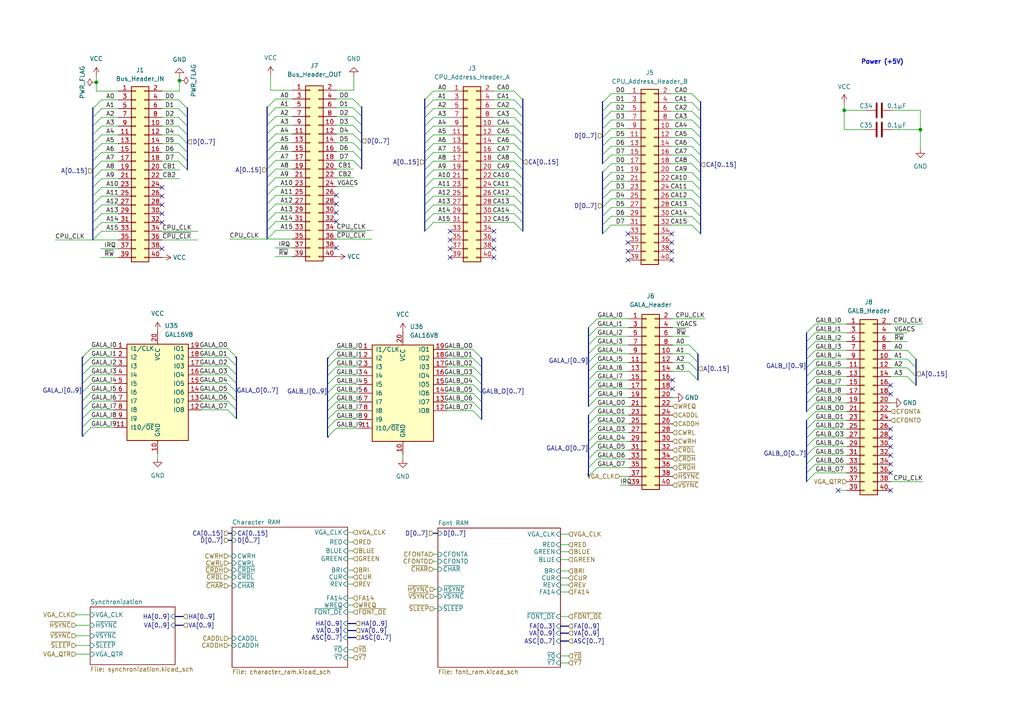
<source format=kicad_sch>
(kicad_sch (version 20211123) (generator eeschema)
  (paper "A4")
  (title_block (title "VGA") (date "2022-10-06") (rev "1.0") (company "Korey Bliss") (comment 1 "https://github.com/kblissExternal/6502"))
  (junction (at 266.954 37.592))
  (junction (at 27.94 23.876))
  (junction (at 52.07 23.368))
  (junction (at 244.856 32.004))
  (no_connect (at 143.256 69.596))
  (no_connect (at 130.556 72.136))
  (no_connect (at 97.536 56.642))
  (no_connect (at 97.536 61.722))
  (no_connect (at 258.318 142.24))
  (no_connect (at 194.818 75.438))
  (no_connect (at 46.99 72.136))
  (no_connect (at 46.99 64.516))
  (no_connect (at 46.99 54.356))
  (no_connect (at 46.99 56.896))
  (no_connect (at 46.99 59.436))
  (no_connect (at 46.99 61.976))
  (no_connect (at 258.318 124.46))
  (no_connect (at 195.072 110.236))
  (no_connect (at 195.072 112.776))
  (no_connect (at 258.318 129.54))
  (no_connect (at 130.556 69.596))
  (no_connect (at 258.318 134.62))
  (no_connect (at 258.318 111.76))
  (no_connect (at 258.318 132.08))
  (no_connect (at 97.536 64.262))
  (no_connect (at 143.256 74.676))
  (no_connect (at 97.536 59.182))
  (no_connect (at 243.078 142.24))
  (no_connect (at 143.256 67.056))
  (no_connect (at 194.818 72.898))
  (no_connect (at 182.118 70.358))
  (no_connect (at 182.118 75.438))
  (no_connect (at 130.556 67.056))
  (no_connect (at 194.818 67.818))
  (no_connect (at 258.318 137.16))
  (no_connect (at 143.256 72.136))
  (no_connect (at 97.536 71.882))
  (no_connect (at 194.818 70.358))
  (no_connect (at 182.118 67.818))
  (no_connect (at 130.556 74.676))
  (no_connect (at 258.318 114.3))
  (no_connect (at 182.118 72.898))
  (no_connect (at 258.318 127))
  (bus_entry (at 80.01 51.562) (size -2.54 2.54))
  (bus_entry (at 200.66 55.118) (size 2.54 2.54))
  (bus_entry (at 149.098 54.356) (size 2.54 2.54))
  (bus_entry (at 236.474 137.16) (size -2.54 2.54))
  (bus_entry (at 177.292 60.198) (size -2.54 2.54))
  (bus_entry (at 80.01 49.022) (size -2.54 2.54))
  (bus_entry (at 97.536 111.506) (size -2.54 2.54))
  (bus_entry (at 29.464 64.516) (size -2.54 2.54))
  (bus_entry (at 51.816 36.576) (size 2.54 2.54))
  (bus_entry (at 137.16 103.886) (size 2.54 2.54))
  (bus_entry (at 80.01 64.262) (size -2.54 2.54))
  (bus_entry (at 149.098 34.036) (size 2.54 2.54))
  (bus_entry (at 102.362 43.942) (size 2.54 2.54))
  (bus_entry (at 173.228 110.236) (size -2.54 2.54))
  (bus_entry (at 177.292 47.498) (size -2.54 2.54))
  (bus_entry (at 29.464 51.816) (size -2.54 2.54))
  (bus_entry (at 102.362 36.322) (size 2.54 2.54))
  (bus_entry (at 80.01 33.782) (size -2.54 2.54))
  (bus_entry (at 80.01 43.942) (size -2.54 2.54))
  (bus_entry (at 125.73 56.896) (size -2.54 2.54))
  (bus_entry (at 29.464 46.736) (size -2.54 2.54))
  (bus_entry (at 29.464 67.056) (size -2.54 2.54))
  (bus_entry (at 236.474 106.68) (size -2.54 2.54))
  (bus_entry (at 149.098 36.576) (size 2.54 2.54))
  (bus_entry (at 149.098 26.416) (size 2.54 2.54))
  (bus_entry (at 236.474 101.6) (size -2.54 2.54))
  (bus_entry (at 97.536 103.886) (size -2.54 2.54))
  (bus_entry (at 173.228 94.996) (size -2.54 2.54))
  (bus_entry (at 263.144 101.6) (size 2.54 2.54))
  (bus_entry (at 173.228 97.536) (size -2.54 2.54))
  (bus_entry (at 173.228 125.476) (size -2.54 2.54))
  (bus_entry (at 102.362 46.482) (size 2.54 2.54))
  (bus_entry (at 200.66 39.878) (size 2.54 2.54))
  (bus_entry (at 66.04 108.712) (size 2.54 2.54))
  (bus_entry (at 66.04 106.172) (size 2.54 2.54))
  (bus_entry (at 177.292 32.258) (size -2.54 2.54))
  (bus_entry (at 200.66 44.958) (size 2.54 2.54))
  (bus_entry (at 200.66 47.498) (size 2.54 2.54))
  (bus_entry (at 29.464 36.576) (size -2.54 2.54))
  (bus_entry (at 236.474 134.62) (size -2.54 2.54))
  (bus_entry (at 173.228 117.856) (size -2.54 2.54))
  (bus_entry (at 29.464 49.276) (size -2.54 2.54))
  (bus_entry (at 236.474 116.84) (size -2.54 2.54))
  (bus_entry (at 97.536 114.046) (size -2.54 2.54))
  (bus_entry (at 200.66 32.258) (size 2.54 2.54))
  (bus_entry (at 80.01 41.402) (size -2.54 2.54))
  (bus_entry (at 149.098 44.196) (size 2.54 2.54))
  (bus_entry (at 173.228 128.016) (size -2.54 2.54))
  (bus_entry (at 236.474 93.98) (size -2.54 2.54))
  (bus_entry (at 125.73 59.436) (size -2.54 2.54))
  (bus_entry (at 29.464 39.116) (size -2.54 2.54))
  (bus_entry (at 149.098 46.736) (size 2.54 2.54))
  (bus_entry (at 177.292 37.338) (size -2.54 2.54))
  (bus_entry (at 51.816 44.196) (size 2.54 2.54))
  (bus_entry (at 125.73 34.036) (size -2.54 2.54))
  (bus_entry (at 97.536 106.426) (size -2.54 2.54))
  (bus_entry (at 80.01 38.862) (size -2.54 2.54))
  (bus_entry (at 137.16 106.426) (size 2.54 2.54))
  (bus_entry (at 51.816 34.036) (size 2.54 2.54))
  (bus_entry (at 80.01 66.802) (size -2.54 2.54))
  (bus_entry (at 263.144 109.22) (size 2.54 2.54))
  (bus_entry (at 173.228 92.456) (size -2.54 2.54))
  (bus_entry (at 102.362 41.402) (size 2.54 2.54))
  (bus_entry (at 51.816 28.956) (size 2.54 2.54))
  (bus_entry (at 137.16 119.126) (size 2.54 2.54))
  (bus_entry (at 200.66 62.738) (size 2.54 2.54))
  (bus_entry (at 177.292 50.038) (size -2.54 2.54))
  (bus_entry (at 149.098 51.816) (size 2.54 2.54))
  (bus_entry (at 149.098 28.956) (size 2.54 2.54))
  (bus_entry (at 29.464 34.036) (size -2.54 2.54))
  (bus_entry (at 236.474 127) (size -2.54 2.54))
  (bus_entry (at 173.228 102.616) (size -2.54 2.54))
  (bus_entry (at 177.292 65.278) (size -2.54 2.54))
  (bus_entry (at 80.01 56.642) (size -2.54 2.54))
  (bus_entry (at 137.16 108.966) (size 2.54 2.54))
  (bus_entry (at 236.474 96.52) (size -2.54 2.54))
  (bus_entry (at 26.416 118.872) (size -2.54 2.54))
  (bus_entry (at 26.416 116.332) (size -2.54 2.54))
  (bus_entry (at 26.416 113.792) (size -2.54 2.54))
  (bus_entry (at 26.416 121.412) (size -2.54 2.54))
  (bus_entry (at 26.416 123.952) (size -2.54 2.54))
  (bus_entry (at 26.416 101.092) (size -2.54 2.54))
  (bus_entry (at 26.416 111.252) (size -2.54 2.54))
  (bus_entry (at 26.416 108.712) (size -2.54 2.54))
  (bus_entry (at 26.416 103.632) (size -2.54 2.54))
  (bus_entry (at 26.416 106.172) (size -2.54 2.54))
  (bus_entry (at 97.536 116.586) (size -2.54 2.54))
  (bus_entry (at 177.292 34.798) (size -2.54 2.54))
  (bus_entry (at 66.04 113.792) (size 2.54 2.54))
  (bus_entry (at 51.816 41.656) (size 2.54 2.54))
  (bus_entry (at 51.816 46.736) (size 2.54 2.54))
  (bus_entry (at 200.66 37.338) (size 2.54 2.54))
  (bus_entry (at 102.362 28.702) (size 2.54 2.54))
  (bus_entry (at 66.04 111.252) (size 2.54 2.54))
  (bus_entry (at 173.228 130.556) (size -2.54 2.54))
  (bus_entry (at 125.73 61.976) (size -2.54 2.54))
  (bus_entry (at 173.228 122.936) (size -2.54 2.54))
  (bus_entry (at 97.536 101.346) (size -2.54 2.54))
  (bus_entry (at 102.362 31.242) (size 2.54 2.54))
  (bus_entry (at 149.098 31.496) (size 2.54 2.54))
  (bus_entry (at 149.098 49.276) (size 2.54 2.54))
  (bus_entry (at 29.464 54.356) (size -2.54 2.54))
  (bus_entry (at 200.66 34.798) (size 2.54 2.54))
  (bus_entry (at 177.292 29.718) (size -2.54 2.54))
  (bus_entry (at 97.536 124.206) (size -2.54 2.54))
  (bus_entry (at 29.464 28.956) (size -2.54 2.54))
  (bus_entry (at 173.228 112.776) (size -2.54 2.54))
  (bus_entry (at 102.362 38.862) (size 2.54 2.54))
  (bus_entry (at 177.292 42.418) (size -2.54 2.54))
  (bus_entry (at 173.228 120.396) (size -2.54 2.54))
  (bus_entry (at 125.73 51.816) (size -2.54 2.54))
  (bus_entry (at 149.098 56.896) (size 2.54 2.54))
  (bus_entry (at 102.362 33.782) (size 2.54 2.54))
  (bus_entry (at 51.816 31.496) (size 2.54 2.54))
  (bus_entry (at 173.228 100.076) (size -2.54 2.54))
  (bus_entry (at 177.292 44.958) (size -2.54 2.54))
  (bus_entry (at 29.464 61.976) (size -2.54 2.54))
  (bus_entry (at 97.536 108.966) (size -2.54 2.54))
  (bus_entry (at 125.73 44.196) (size -2.54 2.54))
  (bus_entry (at 177.292 57.658) (size -2.54 2.54))
  (bus_entry (at 200.66 50.038) (size 2.54 2.54))
  (bus_entry (at 173.228 107.696) (size -2.54 2.54))
  (bus_entry (at 200.66 52.578) (size 2.54 2.54))
  (bus_entry (at 137.16 101.346) (size 2.54 2.54))
  (bus_entry (at 236.474 104.14) (size -2.54 2.54))
  (bus_entry (at 177.292 39.878) (size -2.54 2.54))
  (bus_entry (at 200.66 60.198) (size 2.54 2.54))
  (bus_entry (at 80.01 61.722) (size -2.54 2.54))
  (bus_entry (at 29.464 59.436) (size -2.54 2.54))
  (bus_entry (at 29.464 44.196) (size -2.54 2.54))
  (bus_entry (at 173.228 105.156) (size -2.54 2.54))
  (bus_entry (at 97.536 121.666) (size -2.54 2.54))
  (bus_entry (at 149.098 61.976) (size 2.54 2.54))
  (bus_entry (at 263.144 104.14) (size 2.54 2.54))
  (bus_entry (at 200.66 29.718) (size 2.54 2.54))
  (bus_entry (at 80.01 46.482) (size -2.54 2.54))
  (bus_entry (at 177.292 62.738) (size -2.54 2.54))
  (bus_entry (at 125.73 28.956) (size -2.54 2.54))
  (bus_entry (at 149.098 59.436) (size 2.54 2.54))
  (bus_entry (at 200.66 27.178) (size 2.54 2.54))
  (bus_entry (at 125.73 41.656) (size -2.54 2.54))
  (bus_entry (at 199.898 105.156) (size 2.54 2.54))
  (bus_entry (at 199.898 107.696) (size 2.54 2.54))
  (bus_entry (at 199.898 100.076) (size 2.54 2.54))
  (bus_entry (at 199.898 102.616) (size 2.54 2.54))
  (bus_entry (at 125.73 46.736) (size -2.54 2.54))
  (bus_entry (at 236.474 129.54) (size -2.54 2.54))
  (bus_entry (at 236.474 121.92) (size -2.54 2.54))
  (bus_entry (at 149.098 39.116) (size 2.54 2.54))
  (bus_entry (at 263.144 106.68) (size 2.54 2.54))
  (bus_entry (at 177.292 55.118) (size -2.54 2.54))
  (bus_entry (at 236.474 132.08) (size -2.54 2.54))
  (bus_entry (at 125.73 64.516) (size -2.54 2.54))
  (bus_entry (at 80.01 59.182) (size -2.54 2.54))
  (bus_entry (at 173.228 135.636) (size -2.54 2.54))
  (bus_entry (at 125.73 31.496) (size -2.54 2.54))
  (bus_entry (at 66.04 103.632) (size 2.54 2.54))
  (bus_entry (at 80.01 28.702) (size -2.54 2.54))
  (bus_entry (at 51.816 39.116) (size 2.54 2.54))
  (bus_entry (at 149.098 64.516) (size 2.54 2.54))
  (bus_entry (at 66.04 101.092) (size 2.54 2.54))
  (bus_entry (at 236.474 111.76) (size -2.54 2.54))
  (bus_entry (at 236.474 119.38) (size -2.54 2.54))
  (bus_entry (at 125.73 49.276) (size -2.54 2.54))
  (bus_entry (at 66.04 118.872) (size 2.54 2.54))
  (bus_entry (at 125.73 26.416) (size -2.54 2.54))
  (bus_entry (at 200.66 57.658) (size 2.54 2.54))
  (bus_entry (at 236.474 124.46) (size -2.54 2.54))
  (bus_entry (at 137.16 116.586) (size 2.54 2.54))
  (bus_entry (at 149.098 41.656) (size 2.54 2.54))
  (bus_entry (at 97.536 119.126) (size -2.54 2.54))
  (bus_entry (at 29.464 41.656) (size -2.54 2.54))
  (bus_entry (at 80.01 36.322) (size -2.54 2.54))
  (bus_entry (at 173.228 115.316) (size -2.54 2.54))
  (bus_entry (at 137.16 114.046) (size 2.54 2.54))
  (bus_entry (at 177.292 27.178) (size -2.54 2.54))
  (bus_entry (at 173.228 133.096) (size -2.54 2.54))
  (bus_entry (at 66.04 116.332) (size 2.54 2.54))
  (bus_entry (at 200.66 65.278) (size 2.54 2.54))
  (bus_entry (at 80.01 54.102) (size -2.54 2.54))
  (bus_entry (at 200.66 42.418) (size 2.54 2.54))
  (bus_entry (at 29.464 31.496) (size -2.54 2.54))
  (bus_entry (at 125.73 36.576) (size -2.54 2.54))
  (bus_entry (at 137.16 111.506) (size 2.54 2.54))
  (bus_entry (at 236.474 114.3) (size -2.54 2.54))
  (bus_entry (at 177.292 52.578) (size -2.54 2.54))
  (bus_entry (at 236.474 99.06) (size -2.54 2.54))
  (bus_entry (at 236.474 109.22) (size -2.54 2.54))
  (bus_entry (at 80.01 31.242) (size -2.54 2.54))
  (bus_entry (at 29.464 56.896) (size -2.54 2.54))
  (bus_entry (at 125.73 54.356) (size -2.54 2.54))
  (bus_entry (at 125.73 39.116) (size -2.54 2.54))
  (wire (pts (xy 177.292 55.118) (xy 182.118 55.118)))
  (wire (pts (xy 80.01 66.802) (xy 84.836 66.802)))
  (wire (pts (xy 97.536 66.802) (xy 107.95 66.802)))
  (wire (pts (xy 162.56 169.672) (xy 164.846 169.672)))
  (bus (pts (xy 233.934 116.84) (xy 233.934 119.38)))
  (wire (pts (xy 194.818 62.738) (xy 200.66 62.738)))
  (bus (pts (xy 265.684 109.22) (xy 265.684 111.76)))
  (wire (pts (xy 258.826 116.84) (xy 258.318 116.84)))
  (wire (pts (xy 258.318 139.7) (xy 267.716 139.7)))
  (bus (pts (xy 151.638 46.736) (xy 151.638 49.276)))
  (wire (pts (xy 100.838 169.418) (xy 102.362 169.418)))
  (bus (pts (xy 233.934 96.52) (xy 233.934 99.06)))
  (bus (pts (xy 203.2 29.464) (xy 203.2 29.718)))
  (wire (pts (xy 173.228 110.236) (xy 182.372 110.236)))
  (bus (pts (xy 174.752 65.278) (xy 174.752 67.818)))
  (bus (pts (xy 174.752 52.578) (xy 174.752 55.118)))
  (wire (pts (xy 22.098 181.356) (xy 26.162 181.356)))
  (wire (pts (xy 125.984 176.53) (xy 127 176.53)))
  (bus (pts (xy 77.47 54.102) (xy 77.47 56.642)))
  (wire (pts (xy 29.464 56.896) (xy 34.29 56.896)))
  (wire (pts (xy 27.94 26.416) (xy 27.94 23.876)))
  (bus (pts (xy 162.56 185.928) (xy 164.846 185.928)))
  (bus (pts (xy 77.47 61.722) (xy 77.47 64.262)))
  (bus (pts (xy 77.47 33.782) (xy 77.47 36.322)))
  (bus (pts (xy 26.924 41.656) (xy 26.924 44.196)))
  (bus (pts (xy 100.838 184.912) (xy 103.124 184.912)))
  (bus (pts (xy 54.356 41.656) (xy 54.356 44.196)))
  (wire (pts (xy 236.474 129.54) (xy 245.618 129.54)))
  (wire (pts (xy 97.536 114.046) (xy 104.14 114.046)))
  (bus (pts (xy 26.924 34.036) (xy 26.924 36.576)))
  (wire (pts (xy 125.73 59.436) (xy 130.556 59.436)))
  (bus (pts (xy 94.996 119.126) (xy 94.996 121.666)))
  (bus (pts (xy 104.902 33.782) (xy 104.902 36.322)))
  (wire (pts (xy 177.292 39.878) (xy 182.118 39.878)))
  (bus (pts (xy 151.638 44.196) (xy 151.638 46.736)))
  (bus (pts (xy 203.2 50.038) (xy 203.2 52.578)))
  (bus (pts (xy 170.688 107.696) (xy 170.688 110.236)))
  (bus (pts (xy 125.73 154.686) (xy 127 154.686)))
  (bus (pts (xy 174.752 32.258) (xy 174.752 34.798)))
  (wire (pts (xy 143.256 56.896) (xy 149.098 56.896)))
  (wire (pts (xy 97.536 108.966) (xy 104.14 108.966)))
  (bus (pts (xy 265.684 104.14) (xy 265.684 106.68)))
  (bus (pts (xy 50.8 178.816) (xy 53.086 178.816)))
  (wire (pts (xy 58.42 103.632) (xy 66.04 103.632)))
  (bus (pts (xy 77.47 43.942) (xy 77.47 46.482)))
  (bus (pts (xy 203.2 34.798) (xy 203.2 37.338)))
  (wire (pts (xy 77.47 69.342) (xy 84.836 69.342)))
  (wire (pts (xy 143.256 64.516) (xy 149.098 64.516)))
  (wire (pts (xy 58.42 113.792) (xy 66.04 113.792)))
  (wire (pts (xy 100.838 165.354) (xy 102.362 165.354)))
  (wire (pts (xy 125.73 51.816) (xy 130.556 51.816)))
  (wire (pts (xy 80.01 59.182) (xy 84.836 59.182)))
  (wire (pts (xy 258.826 37.592) (xy 266.954 37.592)))
  (wire (pts (xy 125.73 31.496) (xy 130.556 31.496)))
  (bus (pts (xy 123.19 54.356) (xy 123.19 56.896)))
  (bus (pts (xy 151.638 56.896) (xy 151.638 59.436)))
  (bus (pts (xy 123.19 34.036) (xy 123.19 36.576)))
  (wire (pts (xy 52.07 51.816) (xy 46.99 51.816)))
  (bus (pts (xy 203.2 42.418) (xy 203.2 44.958)))
  (wire (pts (xy 143.256 28.956) (xy 149.098 28.956)))
  (wire (pts (xy 173.228 130.556) (xy 182.372 130.556)))
  (wire (pts (xy 102.362 28.702) (xy 97.536 28.702)))
  (wire (pts (xy 26.416 101.092) (xy 33.02 101.092)))
  (wire (pts (xy 51.816 44.196) (xy 46.99 44.196)))
  (bus (pts (xy 170.688 102.616) (xy 170.688 105.156)))
  (bus (pts (xy 26.924 31.242) (xy 26.924 31.496)))
  (bus (pts (xy 123.19 39.116) (xy 123.19 41.656)))
  (wire (pts (xy 80.01 43.942) (xy 84.836 43.942)))
  (bus (pts (xy 203.2 57.658) (xy 203.2 60.198)))
  (bus (pts (xy 170.688 97.536) (xy 170.688 100.076)))
  (bus (pts (xy 170.688 135.636) (xy 170.688 138.176)))
  (wire (pts (xy 236.474 109.22) (xy 245.618 109.22)))
  (wire (pts (xy 244.856 29.972) (xy 244.856 32.004)))
  (wire (pts (xy 29.464 67.056) (xy 34.29 67.056)))
  (wire (pts (xy 97.536 116.586) (xy 104.14 116.586)))
  (wire (pts (xy 236.474 101.6) (xy 245.618 101.6)))
  (wire (pts (xy 173.228 135.636) (xy 182.372 135.636)))
  (bus (pts (xy 68.326 103.632) (xy 68.58 103.632)))
  (wire (pts (xy 16.002 69.596) (xy 26.924 69.596)))
  (wire (pts (xy 97.536 124.206) (xy 104.14 124.206)))
  (bus (pts (xy 23.876 116.332) (xy 23.876 118.872)))
  (wire (pts (xy 79.756 74.422) (xy 84.836 74.422)))
  (bus (pts (xy 174.752 57.658) (xy 174.752 60.198)))
  (bus (pts (xy 170.688 94.996) (xy 170.688 97.536)))
  (wire (pts (xy 52.07 23.368) (xy 52.07 22.352)))
  (bus (pts (xy 23.876 123.952) (xy 23.876 126.492)))
  (wire (pts (xy 51.816 46.736) (xy 46.99 46.736)))
  (wire (pts (xy 46.99 69.596) (xy 57.404 69.596)))
  (wire (pts (xy 97.536 119.126) (xy 104.14 119.126)))
  (wire (pts (xy 58.42 108.712) (xy 66.04 108.712)))
  (wire (pts (xy 51.816 36.576) (xy 46.99 36.576)))
  (bus (pts (xy 233.934 134.62) (xy 233.934 137.16)))
  (wire (pts (xy 80.01 46.482) (xy 84.836 46.482)))
  (bus (pts (xy 77.47 59.182) (xy 77.47 61.722)))
  (wire (pts (xy 116.84 131.826) (xy 116.84 133.096)))
  (bus (pts (xy 203.2 44.958) (xy 203.2 47.498)))
  (wire (pts (xy 177.292 57.658) (xy 182.118 57.658)))
  (wire (pts (xy 143.256 26.416) (xy 149.098 26.416)))
  (wire (pts (xy 78.486 21.844) (xy 78.486 26.162)))
  (wire (pts (xy 194.818 29.718) (xy 200.66 29.718)))
  (wire (pts (xy 102.362 46.482) (xy 97.536 46.482)))
  (wire (pts (xy 173.228 94.996) (xy 182.372 94.996)))
  (wire (pts (xy 22.098 189.738) (xy 26.162 189.738)))
  (wire (pts (xy 199.898 105.156) (xy 195.072 105.156)))
  (wire (pts (xy 263.144 101.6) (xy 258.318 101.6)))
  (bus (pts (xy 233.934 129.54) (xy 233.934 132.08)))
  (bus (pts (xy 151.638 31.496) (xy 151.638 34.036)))
  (wire (pts (xy 129.54 114.046) (xy 137.16 114.046)))
  (bus (pts (xy 174.752 55.118) (xy 174.752 57.658)))
  (bus (pts (xy 104.902 30.988) (xy 104.902 31.242)))
  (bus (pts (xy 151.638 41.656) (xy 151.638 44.196)))
  (bus (pts (xy 139.7 114.046) (xy 139.7 116.586)))
  (wire (pts (xy 51.816 41.656) (xy 46.99 41.656)))
  (wire (pts (xy 29.464 49.276) (xy 34.29 49.276)))
  (wire (pts (xy 97.536 101.346) (xy 104.14 101.346)))
  (wire (pts (xy 129.54 111.506) (xy 137.16 111.506)))
  (wire (pts (xy 173.228 128.016) (xy 182.372 128.016)))
  (wire (pts (xy 236.474 99.06) (xy 245.618 99.06)))
  (bus (pts (xy 104.902 36.322) (xy 104.902 38.862)))
  (bus (pts (xy 77.47 41.402) (xy 77.47 43.942)))
  (wire (pts (xy 236.474 121.92) (xy 245.618 121.92)))
  (wire (pts (xy 236.474 119.38) (xy 245.618 119.38)))
  (wire (pts (xy 244.856 37.592) (xy 251.206 37.592)))
  (wire (pts (xy 97.536 103.886) (xy 104.14 103.886)))
  (bus (pts (xy 174.752 37.338) (xy 174.752 39.878)))
  (wire (pts (xy 66.294 165.354) (xy 67.31 165.354)))
  (bus (pts (xy 26.924 64.516) (xy 26.924 67.056)))
  (bus (pts (xy 26.924 36.576) (xy 26.924 39.116)))
  (wire (pts (xy 177.292 62.738) (xy 182.118 62.738)))
  (bus (pts (xy 94.996 114.046) (xy 94.996 116.586)))
  (wire (pts (xy 236.474 124.46) (xy 245.618 124.46)))
  (wire (pts (xy 194.818 32.258) (xy 200.66 32.258)))
  (bus (pts (xy 26.924 44.196) (xy 26.924 46.736)))
  (bus (pts (xy 203.2 60.198) (xy 203.2 62.738)))
  (bus (pts (xy 26.924 51.816) (xy 26.924 54.356)))
  (wire (pts (xy 29.464 31.496) (xy 34.29 31.496)))
  (wire (pts (xy 100.838 159.766) (xy 102.362 159.766)))
  (wire (pts (xy 162.56 190.246) (xy 164.846 190.246)))
  (wire (pts (xy 100.838 154.432) (xy 102.362 154.432)))
  (bus (pts (xy 123.19 46.736) (xy 123.19 49.276)))
  (bus (pts (xy 170.688 110.236) (xy 170.688 112.776)))
  (bus (pts (xy 203.2 52.578) (xy 203.2 55.118)))
  (wire (pts (xy 236.474 127) (xy 245.618 127)))
  (wire (pts (xy 236.474 134.62) (xy 245.618 134.62)))
  (bus (pts (xy 174.752 42.418) (xy 174.752 44.958)))
  (bus (pts (xy 94.996 103.886) (xy 94.996 106.426)))
  (wire (pts (xy 162.56 178.816) (xy 164.846 178.816)))
  (wire (pts (xy 129.54 119.126) (xy 137.16 119.126)))
  (wire (pts (xy 194.818 37.338) (xy 200.66 37.338)))
  (bus (pts (xy 162.56 183.642) (xy 164.846 183.642)))
  (bus (pts (xy 139.7 116.586) (xy 139.7 119.126)))
  (wire (pts (xy 29.464 39.116) (xy 34.29 39.116)))
  (wire (pts (xy 26.416 106.172) (xy 33.02 106.172)))
  (wire (pts (xy 143.256 46.736) (xy 149.098 46.736)))
  (bus (pts (xy 203.2 62.738) (xy 203.2 65.278)))
  (bus (pts (xy 94.996 111.506) (xy 94.996 114.046)))
  (wire (pts (xy 173.228 115.316) (xy 182.372 115.316)))
  (bus (pts (xy 26.924 31.496) (xy 26.924 34.036)))
  (bus (pts (xy 170.688 125.476) (xy 170.688 128.016)))
  (bus (pts (xy 54.356 39.116) (xy 54.356 41.656)))
  (wire (pts (xy 143.256 49.276) (xy 149.098 49.276)))
  (wire (pts (xy 102.616 49.022) (xy 97.536 49.022)))
  (wire (pts (xy 143.256 44.196) (xy 149.098 44.196)))
  (bus (pts (xy 68.58 103.632) (xy 68.58 106.172)))
  (wire (pts (xy 173.228 125.476) (xy 182.372 125.476)))
  (bus (pts (xy 24.13 103.632) (xy 23.876 103.632)))
  (bus (pts (xy 26.924 59.436) (xy 26.924 61.976)))
  (bus (pts (xy 104.902 46.482) (xy 104.902 49.022)))
  (wire (pts (xy 236.474 137.16) (xy 245.618 137.16)))
  (wire (pts (xy 58.42 118.872) (xy 66.04 118.872)))
  (wire (pts (xy 143.256 34.036) (xy 149.098 34.036)))
  (bus (pts (xy 123.19 28.956) (xy 123.19 31.496)))
  (wire (pts (xy 51.816 39.116) (xy 46.99 39.116)))
  (wire (pts (xy 125.73 61.976) (xy 130.556 61.976)))
  (wire (pts (xy 97.536 121.666) (xy 104.14 121.666)))
  (wire (pts (xy 162.56 160.02) (xy 164.846 160.02)))
  (wire (pts (xy 162.56 157.988) (xy 164.846 157.988)))
  (wire (pts (xy 58.42 111.252) (xy 66.04 111.252)))
  (bus (pts (xy 203.2 39.878) (xy 203.2 42.418)))
  (wire (pts (xy 125.73 41.656) (xy 130.556 41.656)))
  (wire (pts (xy 162.56 192.278) (xy 164.846 192.278)))
  (bus (pts (xy 77.47 64.262) (xy 77.47 66.802)))
  (bus (pts (xy 203.2 32.258) (xy 203.2 34.798)))
  (bus (pts (xy 202.438 102.616) (xy 202.438 105.156)))
  (wire (pts (xy 80.01 61.722) (xy 84.836 61.722)))
  (bus (pts (xy 233.934 111.76) (xy 233.934 114.3)))
  (bus (pts (xy 77.47 31.242) (xy 77.47 33.782)))
  (wire (pts (xy 194.818 47.498) (xy 200.66 47.498)))
  (bus (pts (xy 68.58 106.172) (xy 68.58 108.712)))
  (wire (pts (xy 177.292 34.798) (xy 182.118 34.798)))
  (wire (pts (xy 102.362 33.782) (xy 97.536 33.782)))
  (bus (pts (xy 162.56 181.61) (xy 164.846 181.61)))
  (wire (pts (xy 173.228 122.936) (xy 182.372 122.936)))
  (wire (pts (xy 194.818 55.118) (xy 200.66 55.118)))
  (bus (pts (xy 151.638 64.516) (xy 151.638 67.056)))
  (wire (pts (xy 80.01 64.262) (xy 84.836 64.262)))
  (wire (pts (xy 26.416 103.632) (xy 33.02 103.632)))
  (wire (pts (xy 66.294 161.29) (xy 67.31 161.29)))
  (bus (pts (xy 151.638 28.956) (xy 151.638 31.496)))
  (wire (pts (xy 80.01 41.402) (xy 84.836 41.402)))
  (bus (pts (xy 26.924 49.276) (xy 26.924 51.816)))
  (bus (pts (xy 123.19 59.436) (xy 123.19 61.976)))
  (wire (pts (xy 100.838 173.482) (xy 102.362 173.482)))
  (bus (pts (xy 104.902 41.402) (xy 104.902 43.942)))
  (wire (pts (xy 263.144 96.52) (xy 258.318 96.52)))
  (bus (pts (xy 151.638 49.276) (xy 151.638 51.816)))
  (bus (pts (xy 170.688 128.016) (xy 170.688 130.556)))
  (bus (pts (xy 23.876 111.252) (xy 23.876 113.792)))
  (wire (pts (xy 162.56 167.64) (xy 164.846 167.64)))
  (wire (pts (xy 100.838 188.468) (xy 102.362 188.468)))
  (bus (pts (xy 68.58 108.712) (xy 68.58 111.252)))
  (wire (pts (xy 263.144 104.14) (xy 258.318 104.14)))
  (wire (pts (xy 66.294 163.322) (xy 67.31 163.322)))
  (bus (pts (xy 94.996 121.666) (xy 94.996 124.206)))
  (bus (pts (xy 170.688 122.936) (xy 170.688 125.476)))
  (wire (pts (xy 129.54 108.966) (xy 137.16 108.966)))
  (bus (pts (xy 203.2 29.718) (xy 203.2 32.258)))
  (bus (pts (xy 54.356 46.736) (xy 54.356 49.276)))
  (wire (pts (xy 29.464 61.976) (xy 34.29 61.976)))
  (wire (pts (xy 58.42 101.092) (xy 66.04 101.092)))
  (bus (pts (xy 23.876 106.172) (xy 23.876 108.712)))
  (wire (pts (xy 100.838 190.754) (xy 102.362 190.754)))
  (wire (pts (xy 26.416 108.712) (xy 33.02 108.712)))
  (bus (pts (xy 77.47 56.642) (xy 77.47 59.182)))
  (bus (pts (xy 174.752 50.038) (xy 174.752 52.578)))
  (wire (pts (xy 97.536 26.162) (xy 102.616 26.162)))
  (wire (pts (xy 29.464 59.436) (xy 34.29 59.436)))
  (bus (pts (xy 123.19 56.896) (xy 123.19 59.436)))
  (bus (pts (xy 77.47 30.988) (xy 77.47 31.242)))
  (wire (pts (xy 199.898 100.076) (xy 195.072 100.076)))
  (wire (pts (xy 125.73 56.896) (xy 130.556 56.896)))
  (wire (pts (xy 100.838 167.386) (xy 102.362 167.386)))
  (bus (pts (xy 123.19 28.702) (xy 123.19 28.956)))
  (bus (pts (xy 26.924 46.736) (xy 26.924 49.276)))
  (wire (pts (xy 173.228 102.616) (xy 182.372 102.616)))
  (wire (pts (xy 143.256 36.576) (xy 149.098 36.576)))
  (bus (pts (xy 54.356 44.196) (xy 54.356 46.736)))
  (bus (pts (xy 95.25 103.886) (xy 94.996 103.886)))
  (wire (pts (xy 143.256 54.356) (xy 149.098 54.356)))
  (bus (pts (xy 233.934 137.16) (xy 233.934 139.7)))
  (wire (pts (xy 125.73 160.782) (xy 127 160.782)))
  (bus (pts (xy 104.902 38.862) (xy 104.902 41.402)))
  (bus (pts (xy 94.996 106.426) (xy 94.996 108.966)))
  (wire (pts (xy 194.818 42.418) (xy 200.66 42.418)))
  (wire (pts (xy 66.294 167.386) (xy 67.31 167.386)))
  (wire (pts (xy 236.474 93.98) (xy 245.618 93.98)))
  (wire (pts (xy 199.898 107.696) (xy 195.072 107.696)))
  (bus (pts (xy 66.294 154.686) (xy 67.31 154.686)))
  (wire (pts (xy 80.01 51.562) (xy 84.836 51.562)))
  (bus (pts (xy 123.19 61.976) (xy 123.19 64.516)))
  (wire (pts (xy 52.07 49.276) (xy 46.99 49.276)))
  (wire (pts (xy 162.56 154.94) (xy 164.846 154.94)))
  (wire (pts (xy 177.292 37.338) (xy 182.118 37.338)))
  (wire (pts (xy 236.474 96.52) (xy 245.618 96.52)))
  (wire (pts (xy 102.362 36.322) (xy 97.536 36.322)))
  (wire (pts (xy 244.856 32.004) (xy 251.206 32.004)))
  (wire (pts (xy 143.256 51.816) (xy 149.098 51.816)))
  (wire (pts (xy 177.292 65.278) (xy 182.118 65.278)))
  (wire (pts (xy 29.464 54.356) (xy 34.29 54.356)))
  (wire (pts (xy 236.474 114.3) (xy 245.618 114.3)))
  (wire (pts (xy 173.228 117.856) (xy 182.372 117.856)))
  (bus (pts (xy 104.902 43.942) (xy 104.902 46.482)))
  (wire (pts (xy 194.818 52.578) (xy 200.66 52.578)))
  (wire (pts (xy 102.616 51.562) (xy 97.536 51.562)))
  (bus (pts (xy 174.752 44.958) (xy 174.752 47.498)))
  (wire (pts (xy 194.818 50.038) (xy 200.66 50.038)))
  (wire (pts (xy 29.464 64.516) (xy 34.29 64.516)))
  (wire (pts (xy 173.228 107.696) (xy 182.372 107.696)))
  (wire (pts (xy 29.464 36.576) (xy 34.29 36.576)))
  (bus (pts (xy 174.752 49.784) (xy 174.752 50.038)))
  (wire (pts (xy 58.42 116.332) (xy 66.04 116.332)))
  (bus (pts (xy 66.294 156.718) (xy 67.31 156.718)))
  (wire (pts (xy 100.838 177.546) (xy 102.362 177.546)))
  (wire (pts (xy 177.292 27.178) (xy 182.118 27.178)))
  (wire (pts (xy 125.73 64.516) (xy 130.556 64.516)))
  (wire (pts (xy 199.898 94.996) (xy 195.072 94.996)))
  (bus (pts (xy 170.688 120.396) (xy 170.688 122.936)))
  (wire (pts (xy 243.078 142.24) (xy 245.618 142.24)))
  (wire (pts (xy 125.73 28.956) (xy 130.556 28.956)))
  (wire (pts (xy 143.256 61.976) (xy 149.098 61.976)))
  (bus (pts (xy 23.876 126.492) (xy 24.13 126.492)))
  (bus (pts (xy 23.876 108.712) (xy 23.876 111.252)))
  (wire (pts (xy 236.474 106.68) (xy 245.618 106.68)))
  (wire (pts (xy 29.464 51.816) (xy 34.29 51.816)))
  (bus (pts (xy 123.19 49.276) (xy 123.19 51.816)))
  (bus (pts (xy 233.934 114.3) (xy 233.934 116.84)))
  (wire (pts (xy 194.818 44.958) (xy 200.66 44.958)))
  (wire (pts (xy 125.73 39.116) (xy 130.556 39.116)))
  (bus (pts (xy 170.688 112.776) (xy 170.688 115.316)))
  (wire (pts (xy 80.01 36.322) (xy 84.836 36.322)))
  (bus (pts (xy 170.688 105.156) (xy 170.688 107.696)))
  (wire (pts (xy 80.01 33.782) (xy 84.836 33.782)))
  (wire (pts (xy 173.228 100.076) (xy 182.372 100.076)))
  (bus (pts (xy 151.638 39.116) (xy 151.638 41.656)))
  (bus (pts (xy 265.684 106.68) (xy 265.684 109.22)))
  (bus (pts (xy 94.996 116.586) (xy 94.996 119.126)))
  (wire (pts (xy 22.098 184.404) (xy 26.162 184.404)))
  (wire (pts (xy 129.54 103.886) (xy 137.16 103.886)))
  (bus (pts (xy 94.996 108.966) (xy 94.996 111.506)))
  (wire (pts (xy 80.01 38.862) (xy 84.836 38.862)))
  (bus (pts (xy 170.688 130.556) (xy 170.688 133.096)))
  (bus (pts (xy 26.924 61.976) (xy 26.924 64.516)))
  (bus (pts (xy 170.688 115.316) (xy 170.688 117.856)))
  (bus (pts (xy 26.924 39.116) (xy 26.924 41.656)))
  (wire (pts (xy 173.228 97.536) (xy 182.372 97.536)))
  (wire (pts (xy 195.58 115.316) (xy 195.072 115.316)))
  (bus (pts (xy 77.47 36.322) (xy 77.47 38.862)))
  (wire (pts (xy 177.292 60.198) (xy 182.118 60.198)))
  (bus (pts (xy 123.19 31.496) (xy 123.19 34.036)))
  (wire (pts (xy 80.01 56.642) (xy 84.836 56.642)))
  (wire (pts (xy 97.536 111.506) (xy 104.14 111.506)))
  (bus (pts (xy 151.638 28.702) (xy 151.638 28.956)))
  (wire (pts (xy 263.144 109.22) (xy 258.318 109.22)))
  (bus (pts (xy 174.752 60.198) (xy 174.752 62.738)))
  (wire (pts (xy 46.99 26.416) (xy 52.07 26.416)))
  (bus (pts (xy 233.934 109.22) (xy 233.934 111.76)))
  (wire (pts (xy 173.228 92.456) (xy 182.372 92.456)))
  (wire (pts (xy 179.832 138.176) (xy 182.372 138.176)))
  (wire (pts (xy 22.098 187.198) (xy 26.162 187.198)))
  (wire (pts (xy 236.474 111.76) (xy 245.618 111.76)))
  (wire (pts (xy 45.72 131.572) (xy 45.72 132.842)))
  (wire (pts (xy 58.42 106.172) (xy 66.04 106.172)))
  (bus (pts (xy 151.638 34.036) (xy 151.638 36.576)))
  (bus (pts (xy 170.688 133.096) (xy 170.688 135.636)))
  (wire (pts (xy 66.294 185.166) (xy 67.31 185.166)))
  (wire (pts (xy 177.292 44.958) (xy 182.118 44.958)))
  (bus (pts (xy 123.19 44.196) (xy 123.19 46.736)))
  (wire (pts (xy 66.294 187.198) (xy 67.31 187.198)))
  (wire (pts (xy 125.73 34.036) (xy 130.556 34.036)))
  (wire (pts (xy 194.818 27.178) (xy 200.66 27.178)))
  (bus (pts (xy 26.924 56.896) (xy 26.924 59.436)))
  (wire (pts (xy 129.54 101.346) (xy 137.16 101.346)))
  (bus (pts (xy 77.47 49.022) (xy 77.47 51.562)))
  (bus (pts (xy 202.438 107.696) (xy 202.438 110.236)))
  (bus (pts (xy 151.638 61.976) (xy 151.638 64.516)))
  (bus (pts (xy 26.924 67.056) (xy 26.924 69.596)))
  (wire (pts (xy 52.07 26.416) (xy 52.07 23.368)))
  (wire (pts (xy 258.318 93.98) (xy 267.716 93.98)))
  (bus (pts (xy 68.58 113.792) (xy 68.58 116.332)))
  (bus (pts (xy 170.688 100.076) (xy 170.688 102.616)))
  (wire (pts (xy 194.818 34.798) (xy 200.66 34.798)))
  (bus (pts (xy 77.47 46.482) (xy 77.47 49.022)))
  (wire (pts (xy 125.73 26.416) (xy 130.556 26.416)))
  (wire (pts (xy 29.464 44.196) (xy 34.29 44.196)))
  (wire (pts (xy 125.73 44.196) (xy 130.556 44.196)))
  (bus (pts (xy 203.2 65.278) (xy 203.2 67.818)))
  (bus (pts (xy 94.996 126.746) (xy 95.25 126.746)))
  (bus (pts (xy 174.752 39.878) (xy 174.752 42.418)))
  (wire (pts (xy 125.73 46.736) (xy 130.556 46.736)))
  (wire (pts (xy 236.474 132.08) (xy 245.618 132.08)))
  (bus (pts (xy 123.19 64.516) (xy 123.19 67.056)))
  (wire (pts (xy 194.818 65.278) (xy 200.66 65.278)))
  (wire (pts (xy 26.416 121.412) (xy 33.02 121.412)))
  (bus (pts (xy 94.996 124.206) (xy 94.996 126.746)))
  (bus (pts (xy 139.446 103.886) (xy 139.7 103.886)))
  (wire (pts (xy 125.73 49.276) (xy 130.556 49.276)))
  (bus (pts (xy 151.638 36.576) (xy 151.638 39.116)))
  (wire (pts (xy 125.984 170.942) (xy 127 170.942)))
  (wire (pts (xy 129.54 116.586) (xy 137.16 116.586)))
  (bus (pts (xy 233.934 106.68) (xy 233.934 109.22)))
  (wire (pts (xy 143.256 59.436) (xy 149.098 59.436)))
  (wire (pts (xy 79.756 71.882) (xy 84.836 71.882)))
  (wire (pts (xy 66.294 169.926) (xy 67.31 169.926)))
  (wire (pts (xy 173.228 105.156) (xy 182.372 105.156)))
  (bus (pts (xy 202.438 105.156) (xy 202.438 107.696)))
  (wire (pts (xy 266.954 32.004) (xy 266.954 37.592)))
  (wire (pts (xy 51.816 34.036) (xy 46.99 34.036)))
  (wire (pts (xy 194.818 39.878) (xy 200.66 39.878)))
  (wire (pts (xy 26.416 123.952) (xy 33.02 123.952)))
  (wire (pts (xy 26.416 118.872) (xy 33.02 118.872)))
  (bus (pts (xy 174.752 29.464) (xy 174.752 29.718)))
  (wire (pts (xy 125.73 54.356) (xy 130.556 54.356)))
  (wire (pts (xy 173.228 133.096) (xy 182.372 133.096)))
  (bus (pts (xy 139.7 106.426) (xy 139.7 108.966)))
  (wire (pts (xy 84.836 26.162) (xy 78.486 26.162)))
  (bus (pts (xy 139.7 108.966) (xy 139.7 111.506)))
  (wire (pts (xy 125.73 36.576) (xy 130.556 36.576)))
  (bus (pts (xy 100.838 180.848) (xy 103.124 180.848)))
  (wire (pts (xy 266.954 43.18) (xy 266.954 37.592)))
  (wire (pts (xy 80.01 49.022) (xy 84.836 49.022)))
  (wire (pts (xy 162.56 171.704) (xy 164.846 171.704)))
  (wire (pts (xy 125.984 172.974) (xy 127 172.974)))
  (bus (pts (xy 174.752 62.738) (xy 174.752 65.278)))
  (bus (pts (xy 23.876 113.792) (xy 23.876 116.332)))
  (wire (pts (xy 29.21 74.676) (xy 34.29 74.676)))
  (wire (pts (xy 34.29 26.416) (xy 27.94 26.416)))
  (wire (pts (xy 100.838 175.514) (xy 102.362 175.514)))
  (wire (pts (xy 102.362 43.942) (xy 97.536 43.942)))
  (wire (pts (xy 29.464 34.036) (xy 34.29 34.036)))
  (wire (pts (xy 143.256 31.496) (xy 149.098 31.496)))
  (wire (pts (xy 263.144 106.68) (xy 258.318 106.68)))
  (wire (pts (xy 102.362 41.402) (xy 97.536 41.402)))
  (wire (pts (xy 97.536 69.342) (xy 107.95 69.342)))
  (bus (pts (xy 23.876 121.412) (xy 23.876 123.952)))
  (wire (pts (xy 22.098 178.308) (xy 26.162 178.308)))
  (wire (pts (xy 80.01 28.702) (xy 84.836 28.702)))
  (wire (pts (xy 162.56 165.608) (xy 164.846 165.608)))
  (bus (pts (xy 54.356 31.496) (xy 54.356 34.036)))
  (wire (pts (xy 29.464 46.736) (xy 34.29 46.736)))
  (bus (pts (xy 77.47 38.862) (xy 77.47 41.402)))
  (bus (pts (xy 68.58 111.252) (xy 68.58 113.792)))
  (bus (pts (xy 233.934 99.06) (xy 233.934 101.6)))
  (wire (pts (xy 263.144 99.06) (xy 258.318 99.06)))
  (wire (pts (xy 177.292 52.578) (xy 182.118 52.578)))
  (bus (pts (xy 104.902 31.242) (xy 104.902 33.782)))
  (wire (pts (xy 194.818 60.198) (xy 200.66 60.198)))
  (bus (pts (xy 151.638 59.436) (xy 151.638 61.976)))
  (bus (pts (xy 54.356 36.576) (xy 54.356 39.116)))
  (wire (pts (xy 125.73 165.1) (xy 127 165.1)))
  (wire (pts (xy 102.362 31.242) (xy 97.536 31.242)))
  (bus (pts (xy 54.356 34.036) (xy 54.356 36.576)))
  (wire (pts (xy 102.616 54.102) (xy 97.536 54.102)))
  (bus (pts (xy 203.2 55.118) (xy 203.2 57.658)))
  (bus (pts (xy 23.876 118.872) (xy 23.876 121.412)))
  (wire (pts (xy 29.464 28.956) (xy 34.29 28.956)))
  (wire (pts (xy 46.99 67.056) (xy 57.404 67.056)))
  (wire (pts (xy 125.73 162.814) (xy 127 162.814)))
  (wire (pts (xy 199.898 97.536) (xy 195.072 97.536)))
  (wire (pts (xy 236.474 104.14) (xy 245.618 104.14)))
  (wire (pts (xy 100.838 162.052) (xy 102.362 162.052)))
  (bus (pts (xy 151.638 51.816) (xy 151.638 54.356)))
  (wire (pts (xy 177.292 50.038) (xy 182.118 50.038)))
  (bus (pts (xy 139.7 111.506) (xy 139.7 114.046)))
  (wire (pts (xy 102.616 22.098) (xy 102.616 26.162)))
  (bus (pts (xy 233.934 132.08) (xy 233.934 134.62)))
  (bus (pts (xy 174.752 29.718) (xy 174.752 32.258)))
  (wire (pts (xy 177.292 32.258) (xy 182.118 32.258)))
  (bus (pts (xy 77.47 51.562) (xy 77.47 54.102)))
  (bus (pts (xy 233.934 127) (xy 233.934 129.54)))
  (wire (pts (xy 26.416 111.252) (xy 33.02 111.252)))
  (wire (pts (xy 102.362 38.862) (xy 97.536 38.862)))
  (wire (pts (xy 177.292 47.498) (xy 182.118 47.498)))
  (bus (pts (xy 123.19 41.656) (xy 123.19 44.196)))
  (bus (pts (xy 151.638 54.356) (xy 151.638 56.896)))
  (wire (pts (xy 195.072 92.456) (xy 204.47 92.456)))
  (bus (pts (xy 139.7 103.886) (xy 139.7 106.426)))
  (wire (pts (xy 51.816 31.496) (xy 46.99 31.496)))
  (wire (pts (xy 26.924 69.596) (xy 34.29 69.596)))
  (wire (pts (xy 258.826 32.004) (xy 266.954 32.004)))
  (wire (pts (xy 199.898 102.616) (xy 195.072 102.616)))
  (bus (pts (xy 23.876 103.632) (xy 23.876 106.172)))
  (wire (pts (xy 29.21 72.136) (xy 34.29 72.136)))
  (bus (pts (xy 123.19 51.816) (xy 123.19 54.356)))
  (bus (pts (xy 139.7 119.126) (xy 139.7 121.666)))
  (wire (pts (xy 80.01 54.102) (xy 84.836 54.102)))
  (wire (pts (xy 51.816 28.956) (xy 46.99 28.956)))
  (wire (pts (xy 66.548 69.342) (xy 77.47 69.342)))
  (wire (pts (xy 162.56 162.306) (xy 164.846 162.306)))
  (bus (pts (xy 54.356 31.242) (xy 54.356 31.496)))
  (wire (pts (xy 143.256 41.656) (xy 149.098 41.656)))
  (wire (pts (xy 173.228 120.396) (xy 182.372 120.396)))
  (bus (pts (xy 77.47 66.802) (xy 77.47 69.342)))
  (wire (pts (xy 27.94 23.876) (xy 27.94 22.098)))
  (wire (pts (xy 177.292 29.718) (xy 182.118 29.718)))
  (wire (pts (xy 177.292 42.418) (xy 182.118 42.418)))
  (bus (pts (xy 50.8 181.356) (xy 53.086 181.356)))
  (bus (pts (xy 100.838 182.88) (xy 103.124 182.88)))
  (bus (pts (xy 174.752 34.798) (xy 174.752 37.338)))
  (wire (pts (xy 143.256 39.116) (xy 149.098 39.116)))
  (wire (pts (xy 194.818 57.658) (xy 200.66 57.658)))
  (bus (pts (xy 233.934 101.6) (xy 233.934 104.14)))
  (bus (pts (xy 203.2 47.498) (xy 203.2 50.038)))
  (bus (pts (xy 203.2 37.338) (xy 203.2 39.878)))
  (bus (pts (xy 68.58 116.332) (xy 68.58 118.872)))
  (bus (pts (xy 26.924 54.356) (xy 26.924 56.896)))
  (bus (pts (xy 123.19 36.576) (xy 123.19 39.116)))
  (bus (pts (xy 233.934 124.46) (xy 233.934 127)))
  (wire (pts (xy 244.856 37.592) (xy 244.856 32.004)))
  (wire (pts (xy 29.464 41.656) (xy 34.29 41.656)))
  (wire (pts (xy 173.228 112.776) (xy 182.372 112.776)))
  (wire (pts (xy 236.474 116.84) (xy 245.618 116.84)))
  (wire (pts (xy 26.416 113.792) (xy 33.02 113.792)))
  (wire (pts (xy 129.54 106.426) (xy 137.16 106.426)))
  (wire (pts (xy 100.838 157.226) (xy 102.362 157.226)))
  (wire (pts (xy 97.536 106.426) (xy 104.14 106.426)))
  (bus (pts (xy 233.934 121.92) (xy 233.934 124.46)))
  (wire (pts (xy 26.416 116.332) (xy 33.02 116.332)))
  (wire (pts (xy 80.01 31.242) (xy 84.836 31.242)))
  (bus (pts (xy 68.58 118.872) (xy 68.58 121.412)))
  (bus (pts (xy 233.934 104.14) (xy 233.934 106.68)))
  (wire (pts (xy 179.832 140.716) (xy 182.372 140.716)))
  (text "Power (+5V)" (at 249.682 18.796 0) (effects (font (size 1.27 1.27) (thickness 0.254) bold) (justify left bottom)))
  (label "A14" (at 127 61.976 0))
  (label "A3" (at 196.088 107.696 0))
  (label "CA1" (at 199.39 29.718 180))
  (label "A12" (at 81.28 59.182 0))
  (label "A3" (at 81.28 36.322 0))
  (label "A14" (at 30.734 64.516 0))
  (label "GALA_I3" (at 173.228 100.076 0))
  (label "CA2" (at 147.828 31.496 180))
  (label "CA13" (at 147.828 59.436 180))
  (label "CPU_CLK" (at 259.08 139.7 0))
  (label "A11" (at 30.734 56.896 0))
  (label "CA9" (at 147.828 49.276 180))
  (label "A0" (at 196.088 100.076 0))
  (label "GALB_I3" (at 236.474 101.6 0))
  (label "D3" (at 101.092 36.322 180))
  (label "GALB_O6" (at 236.474 134.62 0))
  (label "GALB_I2" (at 236.474 99.06 0))
  (label "D7" (at 178.562 65.278 0))
  (label "VGACS" (at 196.088 94.996 0))
  (label "D4" (at 101.092 38.862 180))
  (label "D1" (at 50.546 31.496 180))
  (label "CPU_CLK" (at 16.002 69.596 0))
  (label "~{RW}" (at 196.088 97.536 0))
  (label "A15" (at 127 64.516 0))
  (label "VGACS" (at 259.334 96.52 0))
  (label "GALA_O3" (at 66.04 108.712 180))
  (label "GALB_O2" (at 137.16 106.426 180))
  (label "A12" (at 127 56.896 0))
  (label "GALA_O5" (at 173.228 130.556 0))
  (label "D7" (at 101.092 46.482 180))
  (label "~{RW}" (at 259.334 99.06 0))
  (label "CA11" (at 147.828 54.356 180))
  (label "GALA_O7" (at 66.04 118.872 180))
  (label "GALA_I9" (at 173.228 115.316 0))
  (label "A4" (at 30.734 39.116 0))
  (label "A13" (at 30.734 61.976 0))
  (label "GALB_I5" (at 97.536 114.046 0))
  (label "D3" (at 50.546 36.576 180))
  (label "CPU_CLK" (at 259.08 93.98 0))
  (label "GALA_I[0..9]" (at 170.688 105.664 180))
  (label "GALA_I5" (at 26.416 113.792 0))
  (label "A0" (at 30.734 28.956 0))
  (label "GALA_O0" (at 173.228 117.856 0))
  (label "GALA_I0" (at 26.416 101.092 0))
  (label "CA12" (at 147.828 56.896 180))
  (label "~{RW}" (at 80.772 74.422 0))
  (label "D2" (at 101.092 33.782 180))
  (label "A2" (at 30.734 34.036 0))
  (label "GALB_I9" (at 97.536 124.206 0))
  (label "GALB_I6" (at 236.474 109.22 0))
  (label "D0" (at 178.562 47.498 0))
  (label "GALA_O6" (at 66.04 116.332 180))
  (label "CB2" (at 51.054 51.816 180))
  (label "GALB_I[0..9]" (at 94.996 114.554 180))
  (label "A15" (at 30.734 67.056 0))
  (label "GALB_I[0..9]" (at 233.934 107.188 180))
  (label "GALA_I[0..9]" (at 23.876 114.3 180))
  (label "A5" (at 30.734 41.656 0))
  (label "D1" (at 178.562 50.038 0))
  (label "GALB_O3" (at 137.16 108.966 180))
  (label "GALA_I5" (at 173.228 105.156 0))
  (label "CA0" (at 199.39 27.178 180))
  (label "GALA_O5" (at 66.04 113.792 180))
  (label "D7" (at 50.546 46.736 180))
  (label "D0" (at 50.546 28.956 180))
  (label "GALB_O1" (at 137.16 103.886 180))
  (label "CA7" (at 147.828 44.196 180))
  (label "A2" (at 81.28 33.782 0))
  (label "CA5" (at 199.39 39.878 180))
  (label "A6" (at 81.28 43.942 0))
  (label "A14" (at 81.28 64.262 0))
  (label "GALB_O4" (at 137.16 111.506 180))
  (label "A10" (at 30.734 54.356 0))
  (label "GALA_I1" (at 26.416 103.632 0))
  (label "CA8" (at 147.828 46.736 180))
  (label "GALA_I6" (at 26.416 116.332 0))
  (label "IRQ" (at 30.226 72.136 0))
  (label "CA8" (at 199.39 47.498 180))
  (label "GALB_O[0..7]" (at 139.7 114.554 0))
  (label "GALA_O[0..7]" (at 170.688 131.064 180))
  (label "D3" (at 178.562 55.118 0))
  (label "CA5" (at 147.828 39.116 180))
  (label "A10" (at 81.28 54.102 0))
  (label "GALA_I8" (at 173.228 112.776 0))
  (label "GALA_I4" (at 26.416 111.252 0))
  (label "CA15" (at 199.39 65.278 180))
  (label "A8" (at 30.734 49.276 0))
  (label "D5" (at 178.562 39.878 0))
  (label "A0" (at 81.28 28.702 0))
  (label "CA3" (at 147.828 34.036 180))
  (label "D3" (at 178.562 34.798 0))
  (label "D2" (at 178.562 52.578 0))
  (label "D4" (at 178.562 37.338 0))
  (label "CA7" (at 199.39 44.958 180))
  (label "A11" (at 81.28 56.642 0))
  (label "A6" (at 127 41.656 0))
  (label "A5" (at 127 39.116 0))
  (label "CA14" (at 147.828 61.976 180))
  (label "A1" (at 81.28 31.242 0))
  (label "GALB_O7" (at 236.474 137.16 0))
  (label "A8" (at 81.28 49.022 0))
  (label "D1" (at 101.092 31.242 180))
  (label "GALA_O4" (at 173.228 128.016 0))
  (label "CA13" (at 199.39 60.198 180))
  (label "A12" (at 30.734 59.436 0))
  (label "GALA_O7" (at 173.228 135.636 0))
  (label "CPU_CLK" (at 55.626 67.056 180))
  (label "A1" (at 30.734 31.496 0))
  (label "GALA_I3" (at 26.416 108.712 0))
  (label "GALB_I8" (at 236.474 114.3 0))
  (label "GALA_I8" (at 26.416 121.412 0))
  (label "GALB_I7" (at 97.536 119.126 0))
  (label "A0" (at 259.334 101.6 0))
  (label "A9" (at 81.28 51.562 0))
  (label "CA9" (at 199.39 50.038 180))
  (label "GALA_O2" (at 173.228 122.936 0))
  (label "CA14" (at 199.39 62.738 180))
  (label "A0" (at 127 26.416 0))
  (label "GALA_I2" (at 26.416 106.172 0))
  (label "D0" (at 101.092 28.702 180))
  (label "GALB_O5" (at 236.474 132.08 0))
  (label "A3" (at 127 34.036 0))
  (label "GALB_O1" (at 236.474 121.92 0))
  (label "GALA_O[0..7]" (at 68.58 114.3 0))
  (label "GALB_I1" (at 97.536 103.886 0))
  (label "CA1" (at 147.828 28.956 180))
  (label "D6" (at 101.092 43.942 180))
  (label "GALB_I1" (at 236.474 96.52 0))
  (label "A1" (at 196.088 102.616 0))
  (label "GALB_I4" (at 236.474 104.14 0))
  (label "CA10" (at 147.828 51.816 180))
  (label "D1" (at 178.562 29.718 0))
  (label "VGACS" (at 97.79 54.102 0))
  (label "GALB_O4" (at 236.474 129.54 0))
  (label "CA11" (at 199.39 55.118 180))
  (label "GALA_I1" (at 173.228 94.996 0))
  (label "GALB_I4" (at 97.536 111.506 0))
  (label "GALB_O2" (at 236.474 124.46 0))
  (label "A5" (at 81.28 41.402 0))
  (label "A9" (at 30.734 51.816 0))
  (label "CA6" (at 199.39 42.418 180))
  (label "CPU_CLK" (at 66.548 69.342 0))
  (label "GALB_I2" (at 97.536 106.426 0))
  (label "GALB_I5" (at 236.474 106.68 0))
  (label "~{CPU_CLK}" (at 106.172 69.342 180))
  (label "CB1" (at 51.054 49.276 180))
  (label "A2" (at 196.088 105.156 0))
  (label "GALB_O[0..7]" (at 233.934 132.588 180))
  (label "GALB_O0" (at 236.474 119.38 0))
  (label "CA2" (at 199.39 32.258 180))
  (label "GALB_I0" (at 97.536 101.346 0))
  (label "A11" (at 127 54.356 0))
  (label "GALA_O4" (at 66.04 111.252 180))
  (label "A8" (at 127 46.736 0))
  (label "GALB_O0" (at 137.16 101.346 180))
  (label "D0" (at 178.562 27.178 0))
  (label "A7" (at 127 44.196 0))
  (label "D5" (at 101.092 41.402 180))
  (label "GALA_O1" (at 173.228 120.396 0))
  (label "A9" (at 127 49.276 0))
  (label "GALA_O6" (at 173.228 133.096 0))
  (label "GALB_I8" (at 97.536 121.666 0))
  (label "A3" (at 30.734 36.576 0))
  (label "D6" (at 50.546 44.196 180))
  (label "A13" (at 127 59.436 0))
  (label "A7" (at 30.734 46.736 0))
  (label "D5" (at 178.562 60.198 0))
  (label "CA10" (at 199.39 52.578 180))
  (label "A10" (at 127 51.816 0))
  (label "A2" (at 259.334 106.68 0))
  (label "A3" (at 259.334 109.22 0))
  (label "GALB_O7" (at 137.16 119.126 180))
  (label "GALA_I4" (at 173.228 102.616 0))
  (label "CPU_CLK" (at 195.834 92.456 0))
  (label "IRQ" (at 80.772 71.882 0))
  (label "CPU_CLK" (at 106.172 66.802 180))
  (label "CA6" (at 147.828 41.656 180))
  (label "D4" (at 178.562 57.658 0))
  (label "CA0" (at 147.828 26.416 180))
  (label "GALA_I0" (at 173.228 92.456 0))
  (label "A7" (at 81.28 46.482 0))
  (label "CA3" (at 199.39 34.798 180))
  (label "GALA_I7" (at 173.228 110.236 0))
  (label "GALB_I7" (at 236.474 111.76 0))
  (label "D4" (at 50.546 39.116 180))
  (label "GALA_I9" (at 26.416 123.952 0))
  (label "CB2" (at 98.044 51.562 0))
  (label "GALB_O5" (at 137.16 114.046 180))
  (label "GALA_I2" (at 173.228 97.536 0))
  (label "A4" (at 127 36.576 0))
  (label "GALA_O1" (at 66.04 103.632 180))
  (label "CB1" (at 98.044 49.022 0))
  (label "A2" (at 127 31.496 0))
  (label "GALA_I6" (at 173.228 107.696 0))
  (label "GALB_I6" (at 97.536 116.586 0))
  (label "D7" (at 178.562 44.958 0))
  (label "GALA_O3" (at 173.228 125.476 0))
  (label "GALA_O2" (at 66.04 106.172 180))
  (label "A15" (at 81.28 66.802 0))
  (label "D6" (at 178.562 42.418 0))
  (label "GALA_I7" (at 26.416 118.872 0))
  (label "A6" (at 30.734 44.196 0))
  (label "A13" (at 81.28 61.722 0))
  (label "CA4" (at 147.828 36.576 180))
  (label "D6" (at 178.562 62.738 0))
  (label "D5" (at 50.546 41.656 180))
  (label "A1" (at 127 28.956 0))
  (label "CA12" (at 199.39 57.658 180))
  (label "~{RW}" (at 30.226 74.676 0))
  (label "GALB_O3" (at 236.474 127 0))
  (label "GALB_I9" (at 236.474 116.84 0))
  (label "A4" (at 81.28 38.862 0))
  (label "CA4" (at 199.39 37.338 180))
  (label "GALA_O0" (at 66.04 101.092 180))
  (label "GALB_O6" (at 137.16 116.586 180))
  (label "D2" (at 178.562 32.258 0))
  (label "IRQ" (at 179.832 140.716 0))
  (label "D2" (at 50.546 34.036 180))
  (label "A1" (at 259.334 104.14 0))
  (label "CA15" (at 147.828 64.516 180))
  (label "GALB_I3" (at 97.536 108.966 0))
  (label "~{CPU_CLK}" (at 55.626 69.596 180))
  (label "GALB_I0" (at 236.474 93.98 0))
  (hierarchical_label "CFONTA" (shape input) (at 125.73 160.782 180))
  (hierarchical_label "D[0..7]" (shape input) (at 125.73 154.686 180))
  (hierarchical_label "CWRL" (shape input) (at 195.072 125.476 0))
  (hierarchical_label "RED" (shape input) (at 102.362 157.226 0))
  (hierarchical_label "GREEN" (shape input) (at 164.846 162.306 0))
  (hierarchical_label "~{FONT_OE}" (shape input) (at 164.846 178.816 0))
  (hierarchical_label "VA[0..9]" (shape input) (at 53.086 181.356 0))
  (hierarchical_label "CFONTA" (shape input) (at 258.318 119.38 0))
  (hierarchical_label "FA14" (shape input) (at 102.362 173.482 0))
  (hierarchical_label "D[0..7]" (shape input) (at 104.902 40.894 0))
  (hierarchical_label "VA[0..9]" (shape input) (at 164.846 183.642 0))
  (hierarchical_label "~{CRDL}" (shape input) (at 195.072 130.556 0))
  (hierarchical_label "A[0..15]" (shape input) (at 123.19 46.99 180))
  (hierarchical_label "CA[0..15]" (shape input) (at 151.638 46.99 0))
  (hierarchical_label "~{HSYNC}" (shape input) (at 195.072 138.176 0))
  (hierarchical_label "~{Y0}" (shape input) (at 164.846 190.246 0))
  (hierarchical_label "~{VSYNC}" (shape input) (at 195.072 140.716 0))
  (hierarchical_label "WREQ" (shape input) (at 102.362 175.514 0))
  (hierarchical_label "CFONTD" (shape input) (at 258.318 121.92 0))
  (hierarchical_label "~{VSYNC}" (shape input) (at 22.098 184.404 180))
  (hierarchical_label "HA[0..9]" (shape input) (at 103.124 180.848 0))
  (hierarchical_label "CWRL" (shape input) (at 66.294 163.322 180))
  (hierarchical_label "ASC[0..7]" (shape input) (at 164.846 185.928 0))
  (hierarchical_label "ASC[0..7]" (shape input) (at 103.124 184.912 0))
  (hierarchical_label "FA14" (shape input) (at 164.846 171.704 0))
  (hierarchical_label "A[0..15]" (shape input) (at 202.438 106.934 0))
  (hierarchical_label "~{Y0}" (shape input) (at 102.362 188.468 0))
  (hierarchical_label "D[0..7]" (shape input) (at 174.752 39.37 180))
  (hierarchical_label "~{SLEEP}" (shape input) (at 125.984 176.53 180))
  (hierarchical_label "HA[0..9]" (shape input) (at 53.086 178.816 0))
  (hierarchical_label "~{CRDL}" (shape input) (at 66.294 167.386 180))
  (hierarchical_label "VA[0..9]" (shape input) (at 103.124 182.88 0))
  (hierarchical_label "CADDL" (shape input) (at 195.072 120.396 0))
  (hierarchical_label "CWRH" (shape input) (at 195.072 128.016 0))
  (hierarchical_label "~{FONT_OE}" (shape input) (at 102.362 177.546 0))
  (hierarchical_label "CFONTD" (shape input) (at 125.73 162.814 180))
  (hierarchical_label "GREEN" (shape input) (at 102.362 162.052 0))
  (hierarchical_label "D[0..7]" (shape input) (at 54.356 41.148 0))
  (hierarchical_label "WREQ" (shape input) (at 195.072 117.856 0))
  (hierarchical_label "~{Y7}" (shape input) (at 164.846 192.278 0))
  (hierarchical_label "RED" (shape input) (at 164.846 157.988 0))
  (hierarchical_label "~{VSYNC}" (shape input) (at 125.984 172.974 180))
  (hierarchical_label "~{CHAR}" (shape input) (at 125.73 165.1 180))
  (hierarchical_label "VGA_CLK" (shape input) (at 22.098 178.308 180))
  (hierarchical_label "BRI" (shape input) (at 164.846 165.608 0))
  (hierarchical_label "A[0..15]" (shape input) (at 26.924 49.53 180))
  (hierarchical_label "CADDH" (shape input) (at 66.294 187.198 180))
  (hierarchical_label "CA[0..15]" (shape input) (at 203.2 47.752 0))
  (hierarchical_label "REV" (shape input) (at 164.846 169.672 0))
  (hierarchical_label "~{CHAR}" (shape input) (at 66.294 169.926 180))
  (hierarchical_label "CUR" (shape input) (at 102.362 167.386 0))
  (hierarchical_label "D[0..7]" (shape input) (at 174.752 59.69 180))
  (hierarchical_label "CA[0..15]" (shape input) (at 66.294 154.686 180))
  (hierarchical_label "VGA_CLK" (shape input) (at 102.362 154.432 0))
  (hierarchical_label "CADDH" (shape input) (at 195.072 122.936 0))
  (hierarchical_label "BLUE" (shape input) (at 164.846 160.02 0))
  (hierarchical_label "~{CRDH}" (shape input) (at 195.072 135.636 0))
  (hierarchical_label "A[0..15]" (shape input) (at 77.47 49.276 180))
  (hierarchical_label "~{CRDH}" (shape input) (at 195.072 133.096 0))
  (hierarchical_label "VGA_CLK" (shape input) (at 179.832 138.176 180))
  (hierarchical_label "FA[0..9]" (shape input) (at 164.846 181.61 0))
  (hierarchical_label "~{CRDH}" (shape input) (at 66.294 165.354 180))
  (hierarchical_label "BRI" (shape input) (at 102.362 165.354 0))
  (hierarchical_label "VGA_CLK" (shape input) (at 164.846 154.94 0))
  (hierarchical_label "CWRH" (shape input) (at 66.294 161.29 180))
  (hierarchical_label "~{HSYNC}" (shape input) (at 125.984 170.942 180))
  (hierarchical_label "VGA_QTR" (shape input) (at 245.618 139.7 180))
  (hierarchical_label "CADDL" (shape input) (at 66.294 185.166 180))
  (hierarchical_label "VGA_QTR" (shape input) (at 22.098 189.738 180))
  (hierarchical_label "~{Y7}" (shape input) (at 102.362 190.754 0))
  (hierarchical_label "A[0..15]" (shape input) (at 265.684 108.458 0))
  (hierarchical_label "D[0..7]" (shape input) (at 66.294 156.718 180))
  (hierarchical_label "~{HSYNC}" (shape input) (at 22.098 181.356 180))
  (hierarchical_label "BLUE" (shape input) (at 102.362 159.766 0))
  (hierarchical_label "~{SLEEP}" (shape input) (at 22.098 187.198 180))
  (hierarchical_label "CUR" (shape input) (at 164.846 167.64 0))
  (hierarchical_label "REV" (shape input) (at 102.362 169.418 0))
  (symbol (lib_id "Logic_Programmable:GAL16V8") (at 116.84 114.046 0) (unit 1)
    (property "Reference" "U36" (at 118.8594 94.742 0) (effects (justify left)))
    (property "Value" "GAL16V8" (at 118.8594 97.282 0) (effects (justify left)))
    (property "Footprint" "Package_DIP:DIP-20_W7.62mm_Socket" (effects hide))
    (property "Datasheet" "http://ww1.microchip.com/downloads/en/devicedoc/DOC0425.PDF" (effects hide))
    (property "ComponentPurchaseUrl" "https://mou.sr/3qwJien" (effects hide))
    (property "FootprintPurchaseUrl" "https://mou.sr/3defX5i" (effects hide))
  )
  (symbol (lib_id "power:PWR_FLAG") (at 52.07 23.368 270) (unit 1)
    (property "Reference" "#FLG0101" (effects hide))
    (property "Value" "PWR_FLAG" (at 56.134 23.368 0))
  )
  (symbol (lib_id "power:GND") (at 45.72 132.842 0) (unit 1)
    (property "Reference" "#PWR0117" (effects hide))
    (property "Value" "GND" (at 45.72 137.922 0))
  )
  (symbol (lib_id "Connector_Generic:Conn_02x20_Odd_Even") (at 187.452 115.316 0) (unit 1)
    (property "Reference" "J6" (at 188.722 85.852 0))
    (property "Value" "GALA_Header" (at 188.722 88.392 0))
    (property "Footprint" "Connector_PinHeader_2.54mm:PinHeader_2x20_P2.54mm_Vertical" (effects hide))
    (property "Datasheet" "https://www.amphenol-icc.com/media/wysiwyg/files/documentation/datasheet/boardwiretoboard/bwb_econostik_254headers.pdf" (effects hide))
    (property "ComponentPurchaseUrl" "https://mou.sr/3do1bsG" (effects hide))
  )
  (symbol (lib_id "power:PWR_FLAG") (at 27.94 23.876 90) (unit 1)
    (property "Reference" "#FLG0102" (effects hide))
    (property "Value" "PWR_FLAG" (at 23.876 23.876 0))
  )
  (symbol (lib_id "Connector_Generic:Conn_02x20_Odd_Even") (at 39.37 49.276 0) (unit 1)
    (property "Reference" "J1" (at 40.64 20.32 0))
    (property "Value" "Bus_Header_IN" (at 40.64 22.86 0))
    (property "Footprint" "Connector_PinHeader_2.54mm:PinHeader_2x20_P2.54mm_Vertical" (effects hide))
    (property "Datasheet" "https://www.amphenol-icc.com/media/wysiwyg/files/documentation/datasheet/boardwiretoboard/bwb_econostik_254headers.pdf" (effects hide))
    (property "ComponentPurchaseUrl" "https://mou.sr/3do1bsG" (effects hide))
  )
  (symbol (lib_id "power:VCC") (at 46.99 74.676 270) (unit 1)
    (property "Reference" "#PWR0118" (effects hide))
    (property "Value" "VCC" (at 52.07 74.676 90))
  )
  (symbol (lib_id "Connector_Generic:Conn_02x20_Odd_Even") (at 250.698 116.84 0) (unit 1)
    (property "Reference" "J8" (at 251.968 87.63 0))
    (property "Value" "GALB_Header" (at 251.968 90.17 0))
    (property "Footprint" "Connector_PinHeader_2.54mm:PinHeader_2x20_P2.54mm_Vertical" (effects hide))
    (property "Datasheet" "https://www.amphenol-icc.com/media/wysiwyg/files/documentation/datasheet/boardwiretoboard/bwb_econostik_254headers.pdf" (effects hide))
    (property "ComponentPurchaseUrl" "https://mou.sr/3do1bsG" (effects hide))
  )
  (symbol (lib_id "Device:C") (at 255.016 37.592 270) (unit 1)
    (property "Reference" "C35" (at 251.206 36.322 90))
    (property "Value" "0.1µF" (at 260.096 36.322 90))
    (property "Footprint" "Capacitor_THT:C_Disc_D5.0mm_W2.5mm_P2.50mm" (effects hide))
    (property "Datasheet" "https://www.mouser.com/datasheet/2/427/dseries-1762011.pdf" (effects hide))
    (property "ComponentPurchaseUrl" "https://mou.sr/3L92t7l" (effects hide))
  )
  (symbol (lib_id "power:VCC") (at 78.486 21.844 0) (unit 1)
    (property "Reference" "#PWR0120" (effects hide))
    (property "Value" "VCC" (at 78.486 16.764 0))
  )
  (symbol (lib_id "power:GND") (at 195.58 115.316 90) (unit 1)
    (property "Reference" "#PWR0119" (effects hide))
    (property "Value" "GND" (at 200.66 115.316 90))
  )
  (symbol (lib_id "power:VCC") (at 116.84 96.266 0) (unit 1)
    (property "Reference" "#PWR0123" (effects hide))
    (property "Value" "VCC" (at 116.84 91.186 0))
  )
  (symbol (lib_id "Logic_Programmable:GAL16V8") (at 45.72 113.792 0) (unit 1)
    (property "Reference" "U35" (at 47.7394 94.488 0) (effects (justify left)))
    (property "Value" "GAL16V8" (at 47.7394 97.028 0) (effects (justify left)))
    (property "Footprint" "Package_DIP:DIP-20_W7.62mm_Socket" (effects hide))
    (property "Datasheet" "http://ww1.microchip.com/downloads/en/devicedoc/DOC0425.PDF" (effects hide))
    (property "ComponentPurchaseUrl" "https://mou.sr/3qwJien" (effects hide))
    (property "FootprintPurchaseUrl" "https://mou.sr/3defX5i" (effects hide))
  )
  (symbol (lib_id "power:VCC") (at 97.536 74.422 270) (unit 1)
    (property "Reference" "#PWR0121" (effects hide))
    (property "Value" "VCC" (at 102.616 74.422 90))
  )
  (symbol (lib_id "power:VCC") (at 244.856 29.972 0) (unit 1)
    (property "Reference" "#PWR0126" (effects hide))
    (property "Value" "VCC" (at 244.856 25.146 0))
  )
  (symbol (lib_id "power:GND") (at 102.616 22.098 180) (unit 1)
    (property "Reference" "#PWR0122" (effects hide))
    (property "Value" "GND" (at 102.616 17.018 0))
  )
  (symbol (lib_id "Connector_Generic:Conn_02x20_Odd_Even") (at 187.198 50.038 0) (unit 1)
    (property "Reference" "J5" (at 188.468 21.082 0))
    (property "Value" "CPU_Address_Header_B" (at 188.468 23.622 0))
    (property "Footprint" "Connector_PinHeader_2.54mm:PinHeader_2x20_P2.54mm_Vertical" (effects hide))
    (property "Datasheet" "https://www.amphenol-icc.com/media/wysiwyg/files/documentation/datasheet/boardwiretoboard/bwb_econostik_254headers.pdf" (effects hide))
    (property "ComponentPurchaseUrl" "https://mou.sr/3do1bsG" (effects hide))
  )
  (symbol (lib_id "power:VCC") (at 45.72 96.012 0) (unit 1)
    (property "Reference" "#PWR0116" (effects hide))
    (property "Value" "VCC" (at 45.72 90.932 0))
  )
  (symbol (lib_id "Connector_Generic:Conn_02x20_Odd_Even") (at 89.916 49.022 0) (unit 1)
    (property "Reference" "J7" (at 91.186 19.05 0))
    (property "Value" "Bus_Header_OUT" (at 91.186 21.59 0))
    (property "Footprint" "Connector_PinHeader_2.54mm:PinHeader_2x20_P2.54mm_Vertical" (effects hide))
    (property "Datasheet" "https://www.amphenol-icc.com/media/wysiwyg/files/documentation/datasheet/boardwiretoboard/bwb_econostik_254headers.pdf" (effects hide))
    (property "ComponentPurchaseUrl" "https://mou.sr/3do1bsG" (effects hide))
  )
  (symbol (lib_id "power:GND") (at 258.826 116.84 90) (unit 1)
    (property "Reference" "#PWR0125" (effects hide))
    (property "Value" "GND" (at 263.906 116.84 90))
  )
  (symbol (lib_id "power:GND") (at 116.84 133.096 0) (unit 1)
    (property "Reference" "#PWR0124" (effects hide))
    (property "Value" "GND" (at 116.84 138.176 0))
  )
  (symbol (lib_id "power:VCC") (at 27.94 22.098 0) (unit 1)
    (property "Reference" "#PWR0111" (effects hide))
    (property "Value" "VCC" (at 27.94 17.018 0))
  )
  (symbol (lib_id "power:GND") (at 266.954 43.18 0) (unit 1)
    (property "Reference" "#PWR0127" (effects hide))
    (property "Value" "GND" (at 266.954 48.26 0))
  )
  (symbol (lib_id "power:GND") (at 52.07 22.352 180) (unit 1)
    (property "Reference" "#PWR0112" (effects hide))
    (property "Value" "GND" (at 52.07 17.272 0))
  )
  (symbol (lib_id "Device:C") (at 255.016 32.004 270) (unit 1)
    (property "Reference" "C34" (at 251.206 30.734 90))
    (property "Value" "0.1µF" (at 260.096 30.734 90))
    (property "Footprint" "Capacitor_THT:C_Disc_D5.0mm_W2.5mm_P2.50mm" (effects hide))
    (property "Datasheet" "https://www.mouser.com/datasheet/2/427/dseries-1762011.pdf" (effects hide))
    (property "ComponentPurchaseUrl" "https://mou.sr/3L92t7l" (effects hide))
  )
  (symbol (lib_id "Connector_Generic:Conn_02x20_Odd_Even") (at 135.636 49.276 0) (unit 1)
    (property "Reference" "J3" (at 136.906 19.812 0))
    (property "Value" "CPU_Address_Header_A" (at 136.906 22.352 0))
    (property "Footprint" "Connector_PinHeader_2.54mm:PinHeader_2x20_P2.54mm_Vertical" (effects hide))
    (property "Datasheet" "https://www.amphenol-icc.com/media/wysiwyg/files/documentation/datasheet/boardwiretoboard/bwb_econostik_254headers.pdf" (effects hide))
    (property "ComponentPurchaseUrl" "https://mou.sr/3do1bsG" (effects hide))
  )
  (sheet (at 127 153.162) (size 35.56 40.386) (stroke (width 0.1524))
    (property "Sheet name" "Font RAM" (at 127 152.4504 0) (effects (justify left bottom)))
    (property "Sheet file" "font_ram.kicad_sch" (at 127 194.1326 0) (effects (justify left top)))
    (pin "~{VSYNC}" input (at 127 172.974 180))
    (pin "~{HSYNC}" input (at 127 170.942 180))
    (pin "RED" input (at 162.56 157.988 0))
    (pin "GREEN" input (at 162.56 160.02 0))
    (pin "BLUE" input (at 162.56 162.306 0))
    (pin "VGA_CLK" input (at 162.56 154.94 0))
    (pin "~{Y0}" input (at 162.56 190.246 0))
    (pin "BRI" input (at 162.56 165.608 0))
    (pin "~{Y7}" input (at 162.56 192.278 0))
    (pin "~{FONT_OE}" input (at 162.56 178.816 0))
    (pin "FA14" input (at 162.56 171.704 0))
    (pin "CUR" input (at 162.56 167.64 0))
    (pin "REV" input (at 162.56 169.672 0))
    (pin "FA[0..3]" input (at 162.56 181.61 0))
    (pin "ASC[0..7]" input (at 162.56 185.928 0))
    (pin "~{CHAR}" input (at 127 165.1 180))
    (pin "~{SLEEP}" input (at 127 176.53 180))
    (pin "VA[0..9]" input (at 162.56 183.642 0))
    (pin "D[0..7]" input (at 127 154.686 180))
    (pin "CFONTA" input (at 127 160.782 180))
    (pin "CFONTD" input (at 127 162.814 180))
  )
  (sheet (at 26.162 176.022) (size 24.638 16.764) (stroke (width 0.1524))
    (property "Sheet name" "Synchronization" (at 26.162 175.3104 0) (effects (justify left bottom)))
    (property "Sheet file" "synchronization.kicad_sch" (at 26.162 193.3706 0) (effects (justify left top)))
    (pin "~{VSYNC}" input (at 26.162 184.404 180))
    (pin "VGA_CLK" input (at 26.162 178.308 180))
    (pin "~{HSYNC}" input (at 26.162 181.356 180))
    (pin "~{SLEEP}" input (at 26.162 187.198 180))
    (pin "VA[0..9]" input (at 50.8 181.356 0))
    (pin "HA[0..9]" input (at 50.8 178.816 0))
    (pin "VGA_QTR" input (at 26.162 189.738 180))
  )
  (sheet (at 67.31 152.908) (size 33.528 40.64) (stroke (width 0.1524))
    (property "Sheet name" "Character RAM" (at 67.31 152.1964 0) (effects (justify left bottom)))
    (property "Sheet file" "character_ram.kicad_sch" (at 67.31 194.1326 0) (effects (justify left top)))
    (pin "VA[0..9]" input (at 100.838 182.88 0))
    (pin "HA[0..9]" input (at 100.838 180.848 0))
    (pin "~{CRDL}" input (at 67.31 167.386 180))
    (pin "D[0..7]" input (at 67.31 156.718 180))
    (pin "~{CRDH}" input (at 67.31 165.354 180))
    (pin "CWRH" input (at 67.31 161.29 180))
    (pin "GREEN" input (at 100.838 162.052 0))
    (pin "RED" input (at 100.838 157.226 0))
    (pin "BRI" input (at 100.838 165.354 0))
    (pin "BLUE" input (at 100.838 159.766 0))
    (pin "CUR" input (at 100.838 167.386 0))
    (pin "FA14" input (at 100.838 173.482 0))
    (pin "REV" input (at 100.838 169.418 0))
    (pin "ASC[0..7]" input (at 100.838 184.912 0))
    (pin "VGA_CLK" input (at 100.838 154.432 0))
    (pin "~{FONT_OE}" input (at 100.838 177.546 0))
    (pin "WREQ" input (at 100.838 175.514 0))
    (pin "~{YO}" input (at 100.838 188.468 0))
    (pin "~{Y7}" input (at 100.838 190.754 0))
    (pin "~{CHAR}" input (at 67.31 169.926 180))
    (pin "CWRL" input (at 67.31 163.322 180))
    (pin "CA[0..15]" input (at 67.31 154.686 180))
    (pin "CADDL" input (at 67.31 185.166 180))
    (pin "CADDH" input (at 67.31 187.198 180))
  )
)
</source>
